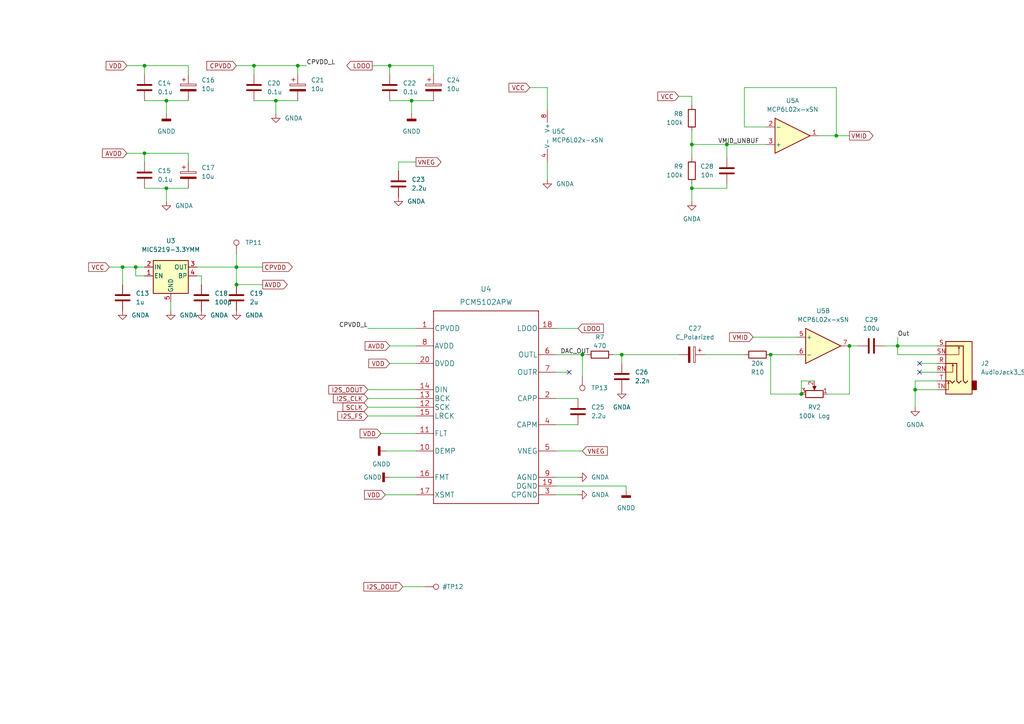
<source format=kicad_sch>
(kicad_sch (version 20211123) (generator eeschema)
  (paper "A4")
  (lib_symbols
    (symbol "Amplifier_Operational:MCP6L02x-xSN" (pin_names (offset 0.127))
      (property "Reference" "U" (at 2.54 6.35 0))
      (property "Value" "MCP6L02x-xSN" (at 2.54 3.81 0))
      (symbol "MCP6L02x-xSN_1_1"
        (polyline (pts (xy 5.08 0) (xy -5.08 5.08) (xy -5.08 -5.08) (xy 5.08 0)) (stroke (width 0.254)) (fill (type background)))
        (pin output line (at 7.62 0 180) (length 2.54) (name "~") (number "1"))
        (pin input line (at -7.62 -2.54 0) (length 2.54) (name "-") (number "2"))
        (pin input line (at -7.62 2.54 0) (length 2.54) (name "+") (number "3"))
      )
      (symbol "MCP6L02x-xSN_2_1"
        (polyline (pts (xy 5.08 0) (xy -5.08 5.08) (xy -5.08 -5.08) (xy 5.08 0)) (stroke (width 0.254)) (fill (type background)))
        (pin input line (at -7.62 2.54 0) (length 2.54) (name "+") (number "5"))
        (pin input line (at -7.62 -2.54 0) (length 2.54) (name "-") (number "6"))
        (pin output line (at 7.62 0 180) (length 2.54) (name "~") (number "7"))
      )
      (symbol "MCP6L02x-xSN_3_1"
        (pin power_in line (at 0 -7.62 90) (length 3.81) (name "V-") (number "4"))
        (pin power_in line (at 0 7.62 270) (length 3.81) (name "V+") (number "8"))
      )
    )
    (symbol "Connector:AudioJack3_Switch"
      (property "Reference" "J" (at 0 11.43 0))
      (property "Value" "AudioJack3_Switch" (at 0 8.89 0))
      (symbol "AudioJack3_Switch_0_1"
        (rectangle (start -5.08 -5.08) (end -6.35 -7.62) (stroke (width 0.254)) (fill (type outline)))
        (polyline (pts (xy -1.27 4.826) (xy -1.016 4.318)))
        (polyline (pts (xy 0.508 -0.254) (xy 0.762 -0.762)))
        (polyline (pts (xy 1.778 -5.334) (xy 2.032 -5.842)))
        (polyline (pts (xy 0 -5.08) (xy 0.635 -5.715) (xy 1.27 -5.08) (xy 2.54 -5.08)) (stroke (width 0.254)))
        (polyline (pts (xy 2.54 -7.62) (xy 1.778 -7.62) (xy 1.778 -5.334) (xy 1.524 -5.842)))
        (polyline (pts (xy 2.54 -2.54) (xy 0.508 -2.54) (xy 0.508 -0.254) (xy 0.254 -0.762)))
        (polyline (pts (xy 2.54 2.54) (xy -1.27 2.54) (xy -1.27 4.826) (xy -1.524 4.318)))
        (polyline (pts (xy -1.905 -5.08) (xy -1.27 -5.715) (xy -0.635 -5.08) (xy -0.635 0) (xy 2.54 0)) (stroke (width 0.254)))
        (polyline (pts (xy 2.54 5.08) (xy -2.54 5.08) (xy -2.54 -5.08) (xy -3.175 -5.715) (xy -3.81 -5.08)) (stroke (width 0.254)))
        (rectangle (start 2.54 6.35) (end -5.08 -8.89) (stroke (width 0.254)) (fill (type background)))
      )
      (symbol "AudioJack3_Switch_1_1"
        (pin passive line (at 5.08 0 180) (length 2.54) (name "~") (number "R"))
        (pin passive line (at 5.08 -2.54 180) (length 2.54) (name "~") (number "RN"))
        (pin passive line (at 5.08 5.08 180) (length 2.54) (name "~") (number "S"))
        (pin passive line (at 5.08 2.54 180) (length 2.54) (name "~") (number "SN"))
        (pin passive line (at 5.08 -5.08 180) (length 2.54) (name "~") (number "T"))
        (pin passive line (at 5.08 -7.62 180) (length 2.54) (name "~") (number "TN"))
      )
    )
    (symbol "Connector:TestPoint" (pin_numbers hide) (pin_names (offset 0.762) hide)
      (property "Reference" "TP" (at 0 6.858 0))
      (property "Value" "TestPoint" (at 0 5.08 0))
      (symbol "TestPoint_0_1"
        (circle (center 0 3.302) (radius 0.762))
      )
      (symbol "TestPoint_1_1"
        (pin passive line (at 0 0 90) (length 2.54) (name "1") (number "1"))
      )
    )
    (symbol "Device:C" (pin_numbers hide) (pin_names (offset 0.254))
      (property "Reference" "C" (at 0.635 2.54 0))
      (property "Value" "C" (at 0.635 -2.54 0))
      (symbol "C_0_1"
        (polyline (pts (xy -2.032 -0.762) (xy 2.032 -0.762)) (stroke (width 0.508)))
        (polyline (pts (xy -2.032 0.762) (xy 2.032 0.762)) (stroke (width 0.508)))
      )
      (symbol "C_1_1"
        (pin passive line (at 0 3.81 270) (length 2.794) (name "~") (number "1"))
        (pin passive line (at 0 -3.81 90) (length 2.794) (name "~") (number "2"))
      )
    )
    (symbol "Device:C_Polarized" (pin_numbers hide) (pin_names (offset 0.254))
      (property "Reference" "C" (at 0.635 2.54 0))
      (property "Value" "C_Polarized" (at 0.635 -2.54 0))
      (symbol "C_Polarized_0_1"
        (rectangle (start -2.286 0.508) (end 2.286 1.016))
        (polyline (pts (xy -1.778 2.286) (xy -0.762 2.286)))
        (polyline (pts (xy -1.27 2.794) (xy -1.27 1.778)))
        (rectangle (start 2.286 -0.508) (end -2.286 -1.016) (fill (type outline)))
      )
      (symbol "C_Polarized_1_1"
        (pin passive line (at 0 3.81 270) (length 2.794) (name "~") (number "1"))
        (pin passive line (at 0 -3.81 90) (length 2.794) (name "~") (number "2"))
      )
    )
    (symbol "Device:R" (pin_numbers hide) (pin_names (offset 0))
      (property "Reference" "R" (at 2.032 0 90))
      (property "Value" "R" (at 0 0 90))
      (symbol "R_0_1"
        (rectangle (start -1.016 -2.54) (end 1.016 2.54) (stroke (width 0.254)))
      )
      (symbol "R_1_1"
        (pin passive line (at 0 3.81 270) (length 1.27) (name "~") (number "1"))
        (pin passive line (at 0 -3.81 90) (length 1.27) (name "~") (number "2"))
      )
    )
    (symbol "Device:R_Potentiometer" (pin_names (offset 1.016) hide)
      (property "Reference" "RV" (at -4.445 0 90))
      (property "Value" "R_Potentiometer" (at -2.54 0 90))
      (symbol "R_Potentiometer_0_1"
        (polyline (pts (xy 2.54 0) (xy 1.524 0)))
        (polyline (pts (xy 1.143 0) (xy 2.286 0.508) (xy 2.286 -0.508) (xy 1.143 0)) (fill (type outline)))
        (rectangle (start 1.016 2.54) (end -1.016 -2.54) (stroke (width 0.254)))
      )
      (symbol "R_Potentiometer_1_1"
        (pin passive line (at 0 3.81 270) (length 1.27) (name "1") (number "1"))
        (pin passive line (at 3.81 0 180) (length 1.27) (name "2") (number "2"))
        (pin passive line (at 0 -3.81 90) (length 1.27) (name "3") (number "3"))
      )
    )
    (symbol "PCM5102A:PCM5102APW" (pin_names (offset 0.254))
      (property "Reference" "U" (at 0 2.54 0))
      (property "Value" "PCM5102APW" (at 0 0 0))
      (symbol "PCM5102APW_1_1"
        (polyline (pts (xy -15.24 -27.94) (xy 15.24 -27.94)) (stroke (width 0.2032)))
        (polyline (pts (xy -15.24 27.94) (xy -15.24 -27.94)) (stroke (width 0.2032)))
        (polyline (pts (xy 15.24 -27.94) (xy 15.24 27.94)) (stroke (width 0.2032)))
        (polyline (pts (xy 15.24 27.94) (xy -15.24 27.94)) (stroke (width 0.2032)))
        (pin power_in line (at -20.32 22.86 0) (length 5.08) (name "CPVDD") (number "1"))
        (pin input line (at -20.32 -12.7 0) (length 5.08) (name "DEMP") (number "10"))
        (pin input line (at -20.32 -7.62 0) (length 5.08) (name "FLT") (number "11"))
        (pin input line (at -20.32 0 0) (length 5.08) (name "SCK") (number "12"))
        (pin input line (at -20.32 2.54 0) (length 5.08) (name "BCK") (number "13"))
        (pin input line (at -20.32 5.08 0) (length 5.08) (name "DIN") (number "14"))
        (pin input line (at -20.32 -2.54 0) (length 5.08) (name "LRCK") (number "15"))
        (pin input line (at -20.32 -20.32 0) (length 5.08) (name "FMT") (number "16"))
        (pin input line (at -20.32 -25.4 0) (length 5.08) (name "XSMT") (number "17"))
        (pin power_in line (at 20.32 22.86 180) (length 5.08) (name "LDOO") (number "18"))
        (pin power_in line (at 20.32 -22.86 180) (length 5.08) (name "DGND") (number "19"))
        (pin output line (at 20.32 2.54 180) (length 5.08) (name "CAPP") (number "2"))
        (pin power_in line (at -20.32 12.7 0) (length 5.08) (name "DVDD") (number "20"))
        (pin power_in line (at 20.32 -25.4 180) (length 5.08) (name "CPGND") (number "3"))
        (pin output line (at 20.32 -5.08 180) (length 5.08) (name "CAPM") (number "4"))
        (pin power_in line (at 20.32 -12.7 180) (length 5.08) (name "VNEG") (number "5"))
        (pin output line (at 20.32 15.24 180) (length 5.08) (name "OUTL") (number "6"))
        (pin output line (at 20.32 10.16 180) (length 5.08) (name "OUTR") (number "7"))
        (pin power_in line (at -20.32 17.78 0) (length 5.08) (name "AVDD") (number "8"))
        (pin power_in line (at 20.32 -20.32 180) (length 5.08) (name "AGND") (number "9"))
      )
    )
    (symbol "Regulator_Linear:MIC5219-3.3YMM" (pin_names (offset 0.254))
      (property "Reference" "U" (at -3.81 5.715 0))
      (property "Value" "MIC5219-3.3YMM" (at 0 5.715 0))
      (symbol "MIC5219-3.3YMM_0_1"
        (rectangle (start -5.08 4.445) (end 5.08 -5.08) (stroke (width 0.254)) (fill (type background)))
      )
      (symbol "MIC5219-3.3YMM_1_1"
        (pin input line (at -7.62 0 0) (length 2.54) (name "EN") (number "1"))
        (pin power_in line (at -7.62 2.54 0) (length 2.54) (name "IN") (number "2"))
        (pin power_out line (at 7.62 2.54 180) (length 2.54) (name "OUT") (number "3"))
        (pin input line (at 7.62 0 180) (length 2.54) (name "BP") (number "4"))
        (pin power_in line (at 0 -7.62 90) (length 2.54) (name "GND") (number "5"))
        (pin passive line (at 0 -7.62 90) (length 2.54) hide (name "GND") (number "6"))
        (pin passive line (at 0 -7.62 90) (length 2.54) hide (name "GND") (number "7"))
        (pin passive line (at 0 -7.62 90) (length 2.54) hide (name "GND") (number "8"))
      )
    )
    (symbol "power:GNDA" (power) (pin_names (offset 0))
      (property "Value" "GNDA" (at 0 -3.81 0))
      (symbol "GNDA_0_1"
        (polyline (pts (xy 0 0) (xy 0 -1.27) (xy 1.27 -1.27) (xy 0 -2.54) (xy -1.27 -1.27) (xy 0 -1.27)))
      )
      (symbol "GNDA_1_1"
        (pin power_in line (at 0 0 270) (length 0) hide (name "GNDA") (number "1"))
      )
    )
    (symbol "power:GNDD" (power) (pin_names (offset 0))
      (property "Value" "GNDD" (at 0 -3.175 0))
      (symbol "GNDD_0_1"
        (rectangle (start -1.27 -1.524) (end 1.27 -2.032) (stroke (width 0.254)) (fill (type outline)))
        (polyline (pts (xy 0 0) (xy 0 -1.524)))
      )
      (symbol "GNDD_1_1"
        (pin power_in line (at 0 0 270) (length 0) hide (name "GNDD") (number "1"))
      )
    )
  )
  (junction (at 68.58 77.47))
  (junction (at 113.03 19.05))
  (junction (at 242.57 39.37))
  (junction (at 35.56 77.47))
  (junction (at 200.66 54.61))
  (junction (at 260.35 100.33))
  (junction (at 246.38 100.33))
  (junction (at 119.38 29.21))
  (junction (at 180.34 102.87))
  (junction (at 86.36 19.05))
  (junction (at 41.91 44.45))
  (junction (at 168.91 102.87))
  (junction (at 73.66 19.05))
  (junction (at 48.26 54.61))
  (junction (at 210.82 41.91))
  (junction (at 41.91 19.05))
  (junction (at 39.37 77.47))
  (junction (at 232.41 114.3))
  (junction (at 68.58 82.55))
  (junction (at 223.52 102.87))
  (junction (at 265.43 113.03))
  (junction (at 80.01 29.21))
  (junction (at 48.26 29.21))
  (junction (at 200.66 41.91))
  (no_connect (at 266.7 105.41))
  (no_connect (at 165.1 107.95))
  (no_connect (at 266.7 107.95))
  (wire (pts (xy 236.22 110.49) (xy 232.41 110.49)))
  (wire (pts (xy 116.84 170.18) (xy 123.19 170.18)))
  (wire (pts (xy 125.73 19.05) (xy 113.03 19.05)))
  (wire (pts (xy 68.58 19.05) (xy 73.66 19.05)))
  (wire (pts (xy 168.91 102.87) (xy 168.91 109.22)))
  (wire (pts (xy 113.03 138.43) (xy 120.65 138.43)))
  (wire (pts (xy 200.66 30.48) (xy 200.66 27.94)))
  (wire (pts (xy 161.29 107.95) (xy 165.1 107.95)))
  (wire (pts (xy 48.26 54.61) (xy 48.26 58.42)))
  (wire (pts (xy 80.01 29.21) (xy 86.36 29.21)))
  (wire (pts (xy 54.61 19.05) (xy 41.91 19.05)))
  (wire (pts (xy 271.78 107.95) (xy 266.7 107.95)))
  (wire (pts (xy 223.52 114.3) (xy 232.41 114.3)))
  (wire (pts (xy 242.57 39.37) (xy 242.57 25.4)))
  (wire (pts (xy 119.38 29.21) (xy 119.38 33.02)))
  (wire (pts (xy 86.36 19.05) (xy 88.9 19.05)))
  (wire (pts (xy 106.68 95.25) (xy 120.65 95.25)))
  (wire (pts (xy 106.68 120.65) (xy 120.65 120.65)))
  (wire (pts (xy 115.57 46.99) (xy 115.57 49.53)))
  (wire (pts (xy 106.68 113.03) (xy 120.65 113.03)))
  (wire (pts (xy 177.8 102.87) (xy 180.34 102.87)))
  (wire (pts (xy 153.67 25.4) (xy 158.75 25.4)))
  (wire (pts (xy 260.35 100.33) (xy 271.78 100.33)))
  (wire (pts (xy 111.76 143.51) (xy 120.65 143.51)))
  (wire (pts (xy 218.44 97.79) (xy 231.14 97.79)))
  (wire (pts (xy 210.82 41.91) (xy 200.66 41.91)))
  (wire (pts (xy 265.43 110.49) (xy 265.43 113.03)))
  (wire (pts (xy 35.56 77.47) (xy 35.56 82.55)))
  (wire (pts (xy 113.03 29.21) (xy 119.38 29.21)))
  (wire (pts (xy 200.66 38.1) (xy 200.66 41.91)))
  (wire (pts (xy 271.78 110.49) (xy 265.43 110.49)))
  (wire (pts (xy 240.03 114.3) (xy 246.38 114.3)))
  (wire (pts (xy 113.03 19.05) (xy 113.03 21.59)))
  (wire (pts (xy 113.03 100.33) (xy 120.65 100.33)))
  (wire (pts (xy 110.49 125.73) (xy 120.65 125.73)))
  (wire (pts (xy 246.38 100.33) (xy 248.92 100.33)))
  (wire (pts (xy 48.26 29.21) (xy 54.61 29.21)))
  (wire (pts (xy 246.38 39.37) (xy 242.57 39.37)))
  (wire (pts (xy 168.91 102.87) (xy 170.18 102.87)))
  (wire (pts (xy 161.29 102.87) (xy 168.91 102.87)))
  (wire (pts (xy 41.91 54.61) (xy 48.26 54.61)))
  (wire (pts (xy 200.66 58.42) (xy 200.66 54.61)))
  (wire (pts (xy 113.03 105.41) (xy 120.65 105.41)))
  (wire (pts (xy 210.82 53.34) (xy 210.82 54.61)))
  (wire (pts (xy 161.29 130.81) (xy 168.91 130.81)))
  (wire (pts (xy 111.76 130.81) (xy 120.65 130.81)))
  (wire (pts (xy 161.29 123.19) (xy 167.64 123.19)))
  (wire (pts (xy 73.66 29.21) (xy 80.01 29.21)))
  (wire (pts (xy 271.78 102.87) (xy 260.35 102.87)))
  (wire (pts (xy 86.36 19.05) (xy 73.66 19.05)))
  (wire (pts (xy 125.73 21.59) (xy 125.73 19.05)))
  (wire (pts (xy 210.82 41.91) (xy 210.82 45.72)))
  (wire (pts (xy 73.66 19.05) (xy 73.66 21.59)))
  (wire (pts (xy 260.35 102.87) (xy 260.35 100.33)))
  (wire (pts (xy 200.66 27.94) (xy 196.85 27.94)))
  (wire (pts (xy 215.9 36.83) (xy 222.25 36.83)))
  (wire (pts (xy 204.47 102.87) (xy 215.9 102.87)))
  (wire (pts (xy 161.29 115.57) (xy 167.64 115.57)))
  (wire (pts (xy 246.38 114.3) (xy 246.38 100.33)))
  (wire (pts (xy 41.91 80.01) (xy 39.37 80.01)))
  (wire (pts (xy 158.75 46.99) (xy 158.75 52.07)))
  (wire (pts (xy 68.58 77.47) (xy 76.2 77.47)))
  (wire (pts (xy 242.57 25.4) (xy 215.9 25.4)))
  (wire (pts (xy 271.78 113.03) (xy 265.43 113.03)))
  (wire (pts (xy 106.68 115.57) (xy 120.65 115.57)))
  (wire (pts (xy 119.38 29.21) (xy 125.73 29.21)))
  (wire (pts (xy 107.95 19.05) (xy 113.03 19.05)))
  (wire (pts (xy 68.58 82.55) (xy 68.58 77.47)))
  (wire (pts (xy 54.61 46.99) (xy 54.61 44.45)))
  (wire (pts (xy 48.26 29.21) (xy 48.26 33.02)))
  (wire (pts (xy 115.57 46.99) (xy 120.65 46.99)))
  (wire (pts (xy 161.29 140.97) (xy 181.61 140.97)))
  (wire (pts (xy 57.15 77.47) (xy 68.58 77.47)))
  (wire (pts (xy 271.78 105.41) (xy 266.7 105.41)))
  (wire (pts (xy 210.82 41.91) (xy 222.25 41.91)))
  (wire (pts (xy 223.52 114.3) (xy 223.52 102.87)))
  (wire (pts (xy 265.43 113.03) (xy 265.43 118.11)))
  (wire (pts (xy 39.37 77.47) (xy 41.91 77.47)))
  (wire (pts (xy 86.36 21.59) (xy 86.36 19.05)))
  (wire (pts (xy 158.75 25.4) (xy 158.75 31.75)))
  (wire (pts (xy 68.58 73.66) (xy 68.58 77.47)))
  (wire (pts (xy 41.91 19.05) (xy 41.91 21.59)))
  (wire (pts (xy 80.01 29.21) (xy 80.01 33.02)))
  (wire (pts (xy 48.26 54.61) (xy 54.61 54.61)))
  (wire (pts (xy 36.83 19.05) (xy 41.91 19.05)))
  (wire (pts (xy 68.58 82.55) (xy 76.2 82.55)))
  (wire (pts (xy 31.75 77.47) (xy 35.56 77.47)))
  (wire (pts (xy 161.29 95.25) (xy 167.64 95.25)))
  (wire (pts (xy 35.56 77.47) (xy 39.37 77.47)))
  (wire (pts (xy 181.61 140.97) (xy 181.61 142.24)))
  (wire (pts (xy 237.49 39.37) (xy 242.57 39.37)))
  (wire (pts (xy 180.34 102.87) (xy 180.34 105.41)))
  (wire (pts (xy 41.91 29.21) (xy 48.26 29.21)))
  (wire (pts (xy 106.68 118.11) (xy 120.65 118.11)))
  (wire (pts (xy 161.29 138.43) (xy 167.64 138.43)))
  (wire (pts (xy 256.54 100.33) (xy 260.35 100.33)))
  (wire (pts (xy 223.52 102.87) (xy 231.14 102.87)))
  (wire (pts (xy 41.91 44.45) (xy 41.91 46.99)))
  (wire (pts (xy 49.53 87.63) (xy 49.53 90.17)))
  (wire (pts (xy 232.41 110.49) (xy 232.41 114.3)))
  (wire (pts (xy 210.82 54.61) (xy 200.66 54.61)))
  (wire (pts (xy 39.37 77.47) (xy 39.37 80.01)))
  (wire (pts (xy 36.83 44.45) (xy 41.91 44.45)))
  (wire (pts (xy 58.42 80.01) (xy 58.42 82.55)))
  (wire (pts (xy 200.66 41.91) (xy 200.66 45.72)))
  (wire (pts (xy 54.61 44.45) (xy 41.91 44.45)))
  (wire (pts (xy 260.35 97.79) (xy 260.35 100.33)))
  (wire (pts (xy 57.15 80.01) (xy 58.42 80.01)))
  (wire (pts (xy 200.66 54.61) (xy 200.66 53.34)))
  (wire (pts (xy 54.61 21.59) (xy 54.61 19.05)))
  (wire (pts (xy 180.34 102.87) (xy 196.85 102.87)))
  (wire (pts (xy 215.9 25.4) (xy 215.9 36.83)))
  (wire (pts (xy 161.29 143.51) (xy 167.64 143.51)))
  (label "DAC_OUT" (at 162.56 102.87 0))
  (label "Out" (at 260.35 97.79 0))
  (label "CPVDD_L" (at 88.9 19.05 0))
  (label "VMID_UNBUF" (at 208.28 41.91 0))
  (label "CPVDD_L" (at 106.68 95.25 180))
  (global_label "I2S_DOUT" (shape input) (at 106.68 113.03 180) (property "Intersheet References" "${INTERSHEET_REFS}" (effects hide)))
  (global_label "SCLK" (shape input) (at 106.68 118.11 180) (property "Intersheet References" "${INTERSHEET_REFS}" (effects hide)))
  (global_label "VDD" (shape input) (at 113.03 105.41 180) (property "Intersheet References" "${INTERSHEET_REFS}" (effects hide)))
  (global_label "VCC" (shape input) (at 31.75 77.47 180) (property "Intersheet References" "${INTERSHEET_REFS}" (effects hide)))
  (global_label "I2S_DOUT" (shape input) (at 116.84 170.18 180) (property "Intersheet References" "${INTERSHEET_REFS}" (effects hide)))
  (global_label "CPVDD" (shape input) (at 68.58 19.05 180) (property "Intersheet References" "${INTERSHEET_REFS}" (effects hide)))
  (global_label "I2S_CLK" (shape input) (at 106.68 115.57 180) (property "Intersheet References" "${INTERSHEET_REFS}" (effects hide)))
  (global_label "VNEG" (shape input) (at 168.91 130.81 0) (property "Intersheet References" "${INTERSHEET_REFS}" (effects hide)))
  (global_label "VNEG" (shape output) (at 120.65 46.99 0) (property "Intersheet References" "${INTERSHEET_REFS}" (effects hide)))
  (global_label "VDD" (shape input) (at 110.49 125.73 180) (property "Intersheet References" "${INTERSHEET_REFS}" (effects hide)))
  (global_label "AVDD" (shape input) (at 36.83 44.45 180) (property "Intersheet References" "${INTERSHEET_REFS}" (effects hide)))
  (global_label "AVDD" (shape input) (at 113.03 100.33 180) (property "Intersheet References" "${INTERSHEET_REFS}" (effects hide)))
  (global_label "VCC" (shape input) (at 153.67 25.4 180) (property "Intersheet References" "${INTERSHEET_REFS}" (effects hide)))
  (global_label "LDOO" (shape input) (at 167.64 95.25 0) (property "Intersheet References" "${INTERSHEET_REFS}" (effects hide)))
  (global_label "CPVDD" (shape output) (at 76.2 77.47 0) (property "Intersheet References" "${INTERSHEET_REFS}" (effects hide)))
  (global_label "I2S_FS" (shape input) (at 106.68 120.65 180) (property "Intersheet References" "${INTERSHEET_REFS}" (effects hide)))
  (global_label "VMID" (shape output) (at 246.38 39.37 0) (property "Intersheet References" "${INTERSHEET_REFS}" (effects hide)))
  (global_label "VCC" (shape input) (at 196.85 27.94 180) (property "Intersheet References" "${INTERSHEET_REFS}" (effects hide)))
  (global_label "LDOO" (shape output) (at 107.95 19.05 180) (property "Intersheet References" "${INTERSHEET_REFS}" (effects hide)))
  (global_label "VMID" (shape input) (at 218.44 97.79 180) (property "Intersheet References" "${INTERSHEET_REFS}" (effects hide)))
  (global_label "VDD" (shape input) (at 111.76 143.51 180) (property "Intersheet References" "${INTERSHEET_REFS}" (effects hide)))
  (global_label "VDD" (shape input) (at 36.83 19.05 180) (property "Intersheet References" "${INTERSHEET_REFS}" (effects hide)))
  (global_label "AVDD" (shape output) (at 76.2 82.55 0) (property "Intersheet References" "${INTERSHEET_REFS}" (effects hide)))
  (symbol (lib_id "power:GNDA") (at 158.75 52.07 0) (unit 1)
    (property "Reference" "#PWR027" (effects hide))
    (property "Value" "GNDA" (at 161.29 53.3399 0) (effects (justify left)))
  )
  (symbol (lib_id "Device:C") (at 58.42 86.36 0) (unit 1)
    (property "Reference" "C18" (at 62.23 85.0899 0) (effects (justify left)))
    (property "Value" "100p" (at 62.23 87.6299 0) (effects (justify left)))
    (property "Footprint" "Capacitor_SMD:C_0603_1608Metric" (effects hide))
  )
  (symbol (lib_id "Device:C") (at 113.03 25.4 0) (unit 1)
    (property "Reference" "C22" (at 116.84 24.1299 0) (effects (justify left)))
    (property "Value" "0.1u" (at 116.84 26.6699 0) (effects (justify left)))
    (property "Footprint" "Capacitor_SMD:C_0603_1608Metric_Pad1.08x0.95mm_HandSolder" (effects hide))
  )
  (symbol (lib_id "Connector:TestPoint") (at 168.91 109.22 180) (unit 1)
    (property "Reference" "TP13" (at 171.45 112.5219 0) (effects (justify right)))
    (property "Value" "TestPoint" (effects hide))
    (property "Footprint" "TestPoint:TestPoint_THTPad_D1.5mm_Drill0.7mm" (effects hide))
  )
  (symbol (lib_id "power:GNDA") (at 35.56 90.17 0) (unit 1)
    (property "Reference" "#PWR016" (effects hide))
    (property "Value" "GNDA" (at 38.1 91.4399 0) (effects (justify left)))
  )
  (symbol (lib_id "power:GNDA") (at 200.66 58.42 0) (mirror y) (unit 1)
    (property "Reference" "#PWR032" (effects hide))
    (property "Value" "GNDA" (at 200.66 63.5 0))
  )
  (symbol (lib_id "Device:R") (at 200.66 34.29 0) (mirror y) (unit 1)
    (property "Reference" "R8" (at 198.12 33.0199 0) (effects (justify left)))
    (property "Value" "100k" (at 198.12 35.5599 0) (effects (justify left)))
    (property "Footprint" "Resistor_SMD:R_0805_2012Metric_Pad1.20x1.40mm_HandSolder" (effects hide))
  )
  (symbol (lib_id "Device:R") (at 200.66 49.53 0) (mirror y) (unit 1)
    (property "Reference" "R9" (at 198.12 48.2599 0) (effects (justify left)))
    (property "Value" "100k" (at 198.12 50.7999 0) (effects (justify left)))
    (property "Footprint" "Resistor_SMD:R_0805_2012Metric_Pad1.20x1.40mm_HandSolder" (effects hide))
  )
  (symbol (lib_id "Device:C") (at 73.66 25.4 0) (unit 1)
    (property "Reference" "C20" (at 77.47 24.1299 0) (effects (justify left)))
    (property "Value" "0.1u" (at 77.47 26.6699 0) (effects (justify left)))
    (property "Footprint" "Capacitor_SMD:C_0603_1608Metric_Pad1.08x0.95mm_HandSolder" (effects hide))
  )
  (symbol (lib_id "PCM5102A:PCM5102APW") (at 140.97 118.11 0) (unit 1)
    (property "Reference" "U4" (at 140.97 83.82 0) (effects (font (size 1.524 1.524))))
    (property "Value" "PCM5102APW" (at 140.97 87.63 0) (effects (font (size 1.524 1.524))))
    (property "Footprint" "PCM5102A:PCM5102APW" (effects hide))
  )
  (symbol (lib_id "power:GNDD") (at 181.61 142.24 0) (unit 1)
    (property "Reference" "#PWR031" (effects hide))
    (property "Value" "GNDD" (at 181.61 147.32 0))
  )
  (symbol (lib_id "Device:C") (at 41.91 25.4 0) (unit 1)
    (property "Reference" "C14" (at 45.72 24.1299 0) (effects (justify left)))
    (property "Value" "0.1u" (at 45.72 26.6699 0) (effects (justify left)))
    (property "Footprint" "Capacitor_SMD:C_0603_1608Metric_Pad1.08x0.95mm_HandSolder" (effects hide))
  )
  (symbol (lib_id "power:GNDA") (at 58.42 90.17 0) (unit 1)
    (property "Reference" "#PWR020" (effects hide))
    (property "Value" "GNDA" (at 60.96 91.4399 0) (effects (justify left)))
  )
  (symbol (lib_id "power:GNDA") (at 49.53 90.17 0) (unit 1)
    (property "Reference" "#PWR019" (effects hide))
    (property "Value" "GNDA" (at 52.07 91.4399 0) (effects (justify left)))
  )
  (symbol (lib_id "Device:R") (at 173.99 102.87 90) (unit 1)
    (property "Reference" "R7" (at 173.99 97.79 90))
    (property "Value" "470" (at 173.99 100.33 90))
    (property "Footprint" "Resistor_SMD:R_0805_2012Metric_Pad1.20x1.40mm_HandSolder" (effects hide))
  )
  (symbol (lib_id "Device:C_Polarized") (at 125.73 25.4 0) (unit 1)
    (property "Reference" "C24" (at 129.54 23.2409 0) (effects (justify left)))
    (property "Value" "10u" (at 129.54 25.7809 0) (effects (justify left)))
    (property "Footprint" "Capacitor_THT:CP_Radial_D5.0mm_P2.00mm" (effects hide))
  )
  (symbol (lib_id "power:GNDD") (at 119.38 33.02 0) (unit 1)
    (property "Reference" "#PWR026" (effects hide))
    (property "Value" "GNDD" (at 119.38 38.1 0))
  )
  (symbol (lib_id "Device:C") (at 115.57 53.34 0) (unit 1)
    (property "Reference" "C23" (at 119.38 52.0699 0) (effects (justify left)))
    (property "Value" "2.2u" (at 119.38 54.6099 0) (effects (justify left)))
    (property "Footprint" "Capacitor_SMD:C_0603_1608Metric_Pad1.08x0.95mm_HandSolder" (effects hide))
  )
  (symbol (lib_id "power:GNDA") (at 180.34 113.03 0) (unit 1)
    (property "Reference" "#PWR030" (effects hide))
    (property "Value" "GNDA" (at 180.34 118.11 0))
  )
  (symbol (lib_id "Device:C_Polarized") (at 54.61 50.8 0) (unit 1)
    (property "Reference" "C17" (at 58.42 48.6409 0) (effects (justify left)))
    (property "Value" "10u" (at 58.42 51.1809 0) (effects (justify left)))
    (property "Footprint" "Capacitor_THT:CP_Radial_D5.0mm_P2.00mm" (effects hide))
  )
  (symbol (lib_id "power:GNDA") (at 167.64 138.43 90) (unit 1)
    (property "Reference" "#PWR028" (effects hide))
    (property "Value" "GNDA" (at 171.45 138.4299 90) (effects (justify right)))
  )
  (symbol (lib_id "Connector:TestPoint") (at 68.58 73.66 0) (unit 1)
    (property "Reference" "TP11" (at 71.12 70.3579 0) (effects (justify left)))
    (property "Value" "TestPoint" (effects hide))
    (property "Footprint" "TestPoint:TestPoint_THTPad_D1.5mm_Drill0.7mm" (effects hide))
  )
  (symbol (lib_id "power:GNDD") (at 48.26 33.02 0) (unit 1)
    (property "Reference" "#PWR017" (effects hide))
    (property "Value" "GNDD" (at 48.26 38.1 0))
  )
  (symbol (lib_id "Device:C") (at 68.58 86.36 0) (unit 1)
    (property "Reference" "C19" (at 72.39 85.0899 0) (effects (justify left)))
    (property "Value" "2u" (at 72.39 87.6299 0) (effects (justify left)))
    (property "Footprint" "Capacitor_SMD:C_0603_1608Metric" (effects hide))
  )
  (symbol (lib_id "power:GNDA") (at 80.01 33.02 0) (unit 1)
    (property "Reference" "#PWR022" (effects hide))
    (property "Value" "GNDA" (at 82.55 34.2899 0) (effects (justify left)))
  )
  (symbol (lib_id "power:GNDA") (at 167.64 143.51 90) (unit 1)
    (property "Reference" "#PWR029" (effects hide))
    (property "Value" "GNDA" (at 171.45 143.5099 90) (effects (justify right)))
  )
  (symbol (lib_id "power:GNDD") (at 111.76 130.81 270) (unit 1)
    (property "Reference" "#PWR023" (effects hide))
    (property "Value" "GNDD" (at 107.95 134.62 90) (effects (justify left)))
  )
  (symbol (lib_id "Connector:TestPoint") (at 123.19 170.18 270) (unit 1)
    (property "Reference" "#TP12" (at 128.27 170.1799 90) (effects (justify left)))
    (property "Value" "TestPoint" (effects hide))
    (property "Footprint" "TestPoint:TestPoint_THTPad_D1.5mm_Drill0.7mm" (effects hide))
  )
  (symbol (lib_id "Device:R") (at 219.71 102.87 90) (unit 1)
    (property "Reference" "R10" (at 219.71 107.95 90))
    (property "Value" "20k" (at 219.71 105.41 90))
    (property "Footprint" "Resistor_SMD:R_0805_2012Metric_Pad1.20x1.40mm_HandSolder" (effects hide))
  )
  (symbol (lib_id "Device:C") (at 41.91 50.8 0) (unit 1)
    (property "Reference" "C15" (at 45.72 49.5299 0) (effects (justify left)))
    (property "Value" "0.1u" (at 45.72 52.0699 0) (effects (justify left)))
    (property "Footprint" "Capacitor_SMD:C_0603_1608Metric_Pad1.08x0.95mm_HandSolder" (effects hide))
  )
  (symbol (lib_id "power:GNDA") (at 115.57 57.15 0) (unit 1)
    (property "Reference" "#PWR025" (effects hide))
    (property "Value" "GNDA" (at 118.11 58.4199 0) (effects (justify left)))
  )
  (symbol (lib_id "Amplifier_Operational:MCP6L02x-xSN") (at 158.75 39.37 0) (unit 3)
    (property "Reference" "U5" (at 160.02 38.0999 0) (effects (justify left)))
    (property "Value" "MCP6L02x-xSN" (at 160.02 40.6399 0) (effects (justify left)))
    (property "Footprint" "Package_SO:SOIC-8_3.9x4.9mm_P1.27mm" (effects hide))
    (property "Datasheet" "http://ww1.microchip.com/downloads/en/devicedoc/22140b.pdf" (effects hide))
  )
  (symbol (lib_id "Device:C") (at 252.73 100.33 90) (unit 1)
    (property "Reference" "C29" (at 252.73 92.71 90))
    (property "Value" "100u" (at 252.73 95.25 90))
    (property "Footprint" "Capacitor_THT:CP_RADIAL_6.3mm_5mm" (effects hide))
  )
  (symbol (lib_id "Device:C") (at 167.64 119.38 180) (unit 1)
    (property "Reference" "C25" (at 171.45 118.1099 0) (effects (justify right)))
    (property "Value" "2.2u" (at 171.45 120.6499 0) (effects (justify right)))
    (property "Footprint" "Capacitor_SMD:C_0603_1608Metric_Pad1.08x0.95mm_HandSolder" (effects hide))
  )
  (symbol (lib_id "Regulator_Linear:MIC5219-3.3YMM") (at 49.53 80.01 0) (unit 1)
    (property "Reference" "U3" (at 49.53 69.85 0))
    (property "Value" "MIC5219-3.3YMM" (at 49.53 72.39 0))
    (property "Footprint" "Package_SO:SOIC-8_3.9x4.9mm_P1.27mm" (effects hide))
    (property "Datasheet" "http://ww1.microchip.com/downloads/en/DeviceDoc/MIC5219-500mA-Peak-Output-LDO-Regulator-DS20006021A.pdf" (effects hide))
  )
  (symbol (lib_id "Device:C_Polarized") (at 200.66 102.87 270) (unit 1)
    (property "Reference" "C27" (at 201.549 95.25 90))
    (property "Value" "C_Polarized" (at 201.549 97.79 90))
    (property "Footprint" "Capacitor_SMD:C_0603_1608Metric_Pad1.08x0.95mm_HandSolder" (effects hide))
  )
  (symbol (lib_id "Amplifier_Operational:MCP6L02x-xSN") (at 229.87 39.37 0) (mirror x) (unit 1)
    (property "Reference" "U5" (at 229.87 29.21 0))
    (property "Value" "MCP6L02x-xSN" (at 229.87 31.75 0))
    (property "Footprint" "Package_SO:SOIC-8_3.9x4.9mm_P1.27mm" (effects hide))
    (property "Datasheet" "http://ww1.microchip.com/downloads/en/devicedoc/22140b.pdf" (effects hide))
  )
  (symbol (lib_id "power:GNDA") (at 265.43 118.11 0) (mirror y) (unit 1)
    (property "Reference" "#PWR033" (effects hide))
    (property "Value" "GNDA" (at 265.43 123.19 0))
  )
  (symbol (lib_id "Device:C") (at 180.34 109.22 180) (unit 1)
    (property "Reference" "C26" (at 184.15 107.9499 0) (effects (justify right)))
    (property "Value" "2.2n" (at 184.15 110.4899 0) (effects (justify right)))
    (property "Footprint" "Capacitor_SMD:C_0603_1608Metric_Pad1.08x0.95mm_HandSolder" (effects hide))
  )
  (symbol (lib_id "Device:R_Potentiometer") (at 236.22 114.3 270) (mirror x) (unit 1)
    (property "Reference" "RV2" (at 236.22 118.11 90))
    (property "Value" "100k Log" (at 236.22 120.65 90))
    (property "Footprint" "Potentiometer_THT:Potentiometer_Bourns_PTV09A-1_Single_Vertical" (effects hide))
  )
  (symbol (lib_id "Device:C") (at 210.82 49.53 0) (mirror y) (unit 1)
    (property "Reference" "C28" (at 207.01 48.2599 0) (effects (justify left)))
    (property "Value" "10n" (at 207.01 50.7999 0) (effects (justify left)))
    (property "Footprint" "Capacitor_SMD:C_0603_1608Metric_Pad1.08x0.95mm_HandSolder" (effects hide))
  )
  (symbol (lib_id "power:GNDA") (at 48.26 58.42 0) (unit 1)
    (property "Reference" "#PWR018" (effects hide))
    (property "Value" "GNDA" (at 50.8 59.6899 0) (effects (justify left)))
  )
  (symbol (lib_id "Device:C_Polarized") (at 54.61 25.4 0) (unit 1)
    (property "Reference" "C16" (at 58.42 23.2409 0) (effects (justify left)))
    (property "Value" "10u" (at 58.42 25.7809 0) (effects (justify left)))
    (property "Footprint" "Capacitor_THT:CP_Radial_D5.0mm_P2.00mm" (effects hide))
  )
  (symbol (lib_id "Connector:AudioJack3_Switch") (at 276.86 105.41 0) (mirror y) (unit 1)
    (property "Reference" "J2" (at 284.48 105.4099 0) (effects (justify right)))
    (property "Value" "AudioJack3_Switch" (at 284.48 107.9499 0) (effects (justify right)))
    (property "Footprint" "Connector_Audio:jack_raspi_6.3mmjack" (effects hide))
  )
  (symbol (lib_id "Amplifier_Operational:MCP6L02x-xSN") (at 238.76 100.33 0) (unit 2)
    (property "Reference" "U5" (at 238.76 90.17 0))
    (property "Value" "MCP6L02x-xSN" (at 238.76 92.71 0))
    (property "Footprint" "Package_SO:SOIC-8_3.9x4.9mm_P1.27mm" (effects hide))
    (property "Datasheet" "http://ww1.microchip.com/downloads/en/devicedoc/22140b.pdf" (effects hide))
  )
  (symbol (lib_id "power:GNDA") (at 68.58 90.17 0) (unit 1)
    (property "Reference" "#PWR021" (effects hide))
    (property "Value" "GNDA" (at 71.12 91.4399 0) (effects (justify left)))
  )
  (symbol (lib_id "power:GNDD") (at 113.03 138.43 270) (unit 1)
    (property "Reference" "#PWR024" (effects hide))
    (property "Value" "GNDD" (at 105.41 138.43 90) (effects (justify left)))
  )
  (symbol (lib_id "Device:C") (at 35.56 86.36 0) (unit 1)
    (property "Reference" "C13" (at 39.37 85.0899 0) (effects (justify left)))
    (property "Value" "1u" (at 39.37 87.6299 0) (effects (justify left)))
    (property "Footprint" "Capacitor_SMD:C_0603_1608Metric" (effects hide))
  )
  (symbol (lib_id "Device:C_Polarized") (at 86.36 25.4 0) (unit 1)
    (property "Reference" "C21" (at 90.17 23.2409 0) (effects (justify left)))
    (property "Value" "10u" (at 90.17 25.7809 0) (effects (justify left)))
    (property "Footprint" "Capacitor_THT:CP_Radial_D5.0mm_P2.00mm" (effects hide))
  )
)
</source>
